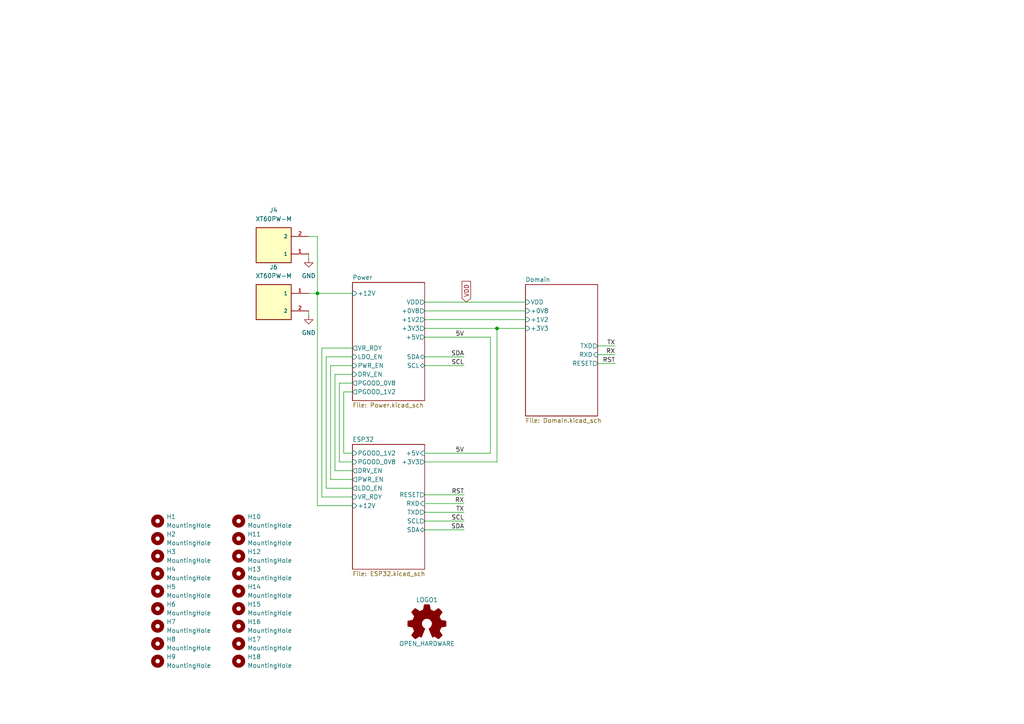
<source format=kicad_sch>
(kicad_sch (version 20231120) (generator "eeschema") (generator_version "8.0")
  (paper "A4")
  (title_block (title "BitForgeMini") (date "2024-06-21") (rev "1.0") (comment 1 "Licensed under CERN-OHL-W version 2"))
  (lib_symbols
    (symbol "BitForgeNano:Logo_Open_Hardware_Small" (in_bom no) (on_board no)
      (symbol "Logo_Open_Hardware_Small_0_1"
        (polyline (pts (xy 3.3528 -4.3434) (xy 3.302 -4.318) (xy 3.175 -4.2418) (xy 2.9972 -4.1148) (xy 2.7686 -3.9624) (xy 2.54 -3.81) (xy 2.3622 -3.7084) (xy 2.2352 -3.6068) (xy 2.1844 -3.5814) (xy 2.159 -3.6068) (xy 2.0574 -3.6576) (xy 1.905 -3.7338) (xy 1.8034 -3.7846) (xy 1.6764 -3.8354) (xy 1.6002 -3.8354) (xy 1.6002 -3.8354) (xy 1.5494 -3.7338) (xy 1.4732 -3.5306) (xy 1.3462 -3.302) (xy 1.2446 -3.0226) (xy 1.1176 -2.7178) (xy 0.9652 -2.413) (xy 0.8636 -2.1082) (xy 0.7366 -1.8288) (xy 0.6604 -1.6256) (xy 0.6096 -1.4732) (xy 0.5842 -1.397) (xy 0.5842 -1.397) (xy 0.6604 -1.3208) (xy 0.7874 -1.2446) (xy 1.0414 -1.016) (xy 1.2954 -0.6858) (xy 1.4478 -0.3302) (xy 1.524 0.0762) (xy 1.4732 0.4572) (xy 1.3208 0.8128) (xy 1.0668 1.143) (xy 0.762 1.3716) (xy 0.4064 1.524) (xy 0 1.5748) (xy -0.381 1.5494) (xy -0.7366 1.397) (xy -1.0668 1.143) (xy -1.2192 0.9906) (xy -1.397 0.6604) (xy -1.524 0.3048) (xy -1.524 0.2286) (xy -1.4986 -0.1778) (xy -1.397 -0.5334) (xy -1.1938 -0.8636) (xy -0.9144 -1.143) (xy -0.8636 -1.1684) (xy -0.7366 -1.27) (xy -0.635 -1.3462) (xy -0.5842 -1.397) (xy -1.0668 -2.5908) (xy -1.143 -2.794) (xy -1.2954 -3.1242) (xy -1.397 -3.4036) (xy -1.4986 -3.6322) (xy -1.5748 -3.7846) (xy -1.6002 -3.8354) (xy -1.6002 -3.8354) (xy -1.651 -3.8354) (xy -1.7272 -3.81) (xy -1.905 -3.7338) (xy -2.0066 -3.683) (xy -2.1336 -3.6068) (xy -2.2098 -3.5814) (xy -2.2606 -3.6068) (xy -2.3622 -3.683) (xy -2.54 -3.81) (xy -2.7686 -3.9624) (xy -2.9718 -4.0894) (xy -3.1496 -4.2164) (xy -3.302 -4.318) (xy -3.3528 -4.3434) (xy -3.3782 -4.3434) (xy -3.429 -4.318) (xy -3.5306 -4.2164) (xy -3.7084 -4.064) (xy -3.937 -3.8354) (xy -3.9624 -3.81) (xy -4.1656 -3.6068) (xy -4.318 -3.4544) (xy -4.4196 -3.3274) (xy -4.445 -3.2766) (xy -4.445 -3.2766) (xy -4.4196 -3.2258) (xy -4.318 -3.0734) (xy -4.2164 -2.8956) (xy -4.064 -2.667) (xy -3.6576 -2.0828) (xy -3.8862 -1.5494) (xy -3.937 -1.3716) (xy -4.0386 -1.1684) (xy -4.0894 -1.0414) (xy -4.1148 -0.9652) (xy -4.191 -0.9398) (xy -4.318 -0.9144) (xy -4.5466 -0.8636) (xy -4.8006 -0.8128) (xy -5.0546 -0.7874) (xy -5.2578 -0.7366) (xy -5.4356 -0.7112) (xy -5.5118 -0.6858) (xy -5.5118 -0.6858) (xy -5.5372 -0.635) (xy -5.5372 -0.5588) (xy -5.5372 -0.4318) (xy -5.5626 -0.2286) (xy -5.5626 0.0762) (xy -5.5626 0.127) (xy -5.5372 0.4064) (xy -5.5372 0.635) (xy -5.5372 0.762) (xy -5.5372 0.8382) (xy -5.5372 0.8382) (xy -5.461 0.8382) (xy -5.3086 0.889) (xy -5.08 0.9144) (xy -4.826 0.9652) (xy -4.8006 0.9906) (xy -4.5466 1.0414) (xy -4.318 1.0668) (xy -4.1656 1.1176) (xy -4.0894 1.143) (xy -4.0894 1.143) (xy -4.0386 1.2446) (xy -3.9624 1.4224) (xy -3.8608 1.6256) (xy -3.7846 1.8288) (xy -3.7084 2.0066) (xy -3.6576 2.159) (xy -3.6322 2.2098) (xy -3.6322 2.2098) (xy -3.683 2.286) (xy -3.7592 2.413) (xy -3.8862 2.5908) (xy -4.064 2.8194) (xy -4.064 2.8448) (xy -4.2164 3.0734) (xy -4.3434 3.2512) (xy -4.4196 3.3782) (xy -4.445 3.4544) (xy -4.445 3.4544) (xy -4.3942 3.5052) (xy -4.2926 3.6322) (xy -4.1148 3.81) (xy -3.937 4.0132) (xy -3.8608 4.064) (xy -3.6576 4.2926) (xy -3.5052 4.4196) (xy -3.4036 4.4958) (xy -3.3528 4.5212) (xy -3.3528 4.5212) (xy -3.302 4.4704) (xy -3.1496 4.3688) (xy -2.9718 4.2418) (xy -2.7432 4.0894) (xy -2.7178 4.0894) (xy -2.4892 3.937) (xy -2.3114 3.81) (xy -2.1844 3.7084) (xy -2.1336 3.683) (xy -2.1082 3.683) (xy -2.032 3.7084) (xy -1.8542 3.7592) (xy -1.6764 3.8354) (xy -1.4732 3.937) (xy -1.27 4.0132) (xy -1.143 4.064) (xy -1.0668 4.1148) (xy -1.0668 4.1148) (xy -1.0414 4.191) (xy -1.016 4.3434) (xy -0.9652 4.572) (xy -0.9144 4.8514) (xy -0.889 4.9022) (xy -0.8382 5.1562) (xy -0.8128 5.3848) (xy -0.7874 5.5372) (xy -0.762 5.588) (xy -0.7112 5.6134) (xy -0.5842 5.6134) (xy -0.4064 5.6134) (xy -0.1524 5.6134) (xy 0.0762 5.6134) (xy 0.3302 5.6134) (xy 0.5334 5.6134) (xy 0.6858 5.588) (xy 0.7366 5.588) (xy 0.7366 5.588) (xy 0.762 5.5118) (xy 0.8128 5.334) (xy 0.8382 5.1054) (xy 0.9144 4.826) (xy 0.9144 4.7752) (xy 0.9652 4.5212) (xy 1.016 4.2926) (xy 1.0414 4.1402) (xy 1.0668 4.0894) (xy 1.0668 4.0894) (xy 1.1938 4.0386) (xy 1.3716 3.9624) (xy 1.5748 3.8608) (xy 2.0828 3.6576) (xy 2.7178 4.0894) (xy 2.7686 4.1402) (xy 2.9972 4.2926) (xy 3.175 4.4196) (xy 3.302 4.4958) (xy 3.3782 4.5212) (xy 3.3782 4.5212) (xy 3.429 4.4704) (xy 3.556 4.3434) (xy 3.7338 4.191) (xy 3.9116 3.9878) (xy 4.064 3.8354) (xy 4.2418 3.6576) (xy 4.3434 3.556) (xy 4.4196 3.4798) (xy 4.4196 3.429) (xy 4.4196 3.4036) (xy 4.3942 3.3274) (xy 4.2926 3.2004) (xy 4.1656 2.9972) (xy 4.0132 2.794) (xy 3.8862 2.5908) (xy 3.7592 2.3876) (xy 3.6576 2.2352) (xy 3.6322 2.159) (xy 3.6322 2.1336) (xy 3.683 2.0066) (xy 3.7592 1.8288) (xy 3.8608 1.6002) (xy 4.064 1.1176) (xy 4.3942 1.0414) (xy 4.5974 1.016) (xy 4.8768 0.9652) (xy 5.1308 0.9144) (xy 5.5372 0.8382) (xy 5.5626 -0.6604) (xy 5.4864 -0.6858) (xy 5.4356 -0.6858) (xy 5.2832 -0.7366) (xy 5.0546 -0.762) (xy 4.8006 -0.8128) (xy 4.5974 -0.8636) (xy 4.3688 -0.9144) (xy 4.2164 -0.9398) (xy 4.1402 -0.9398) (xy 4.1148 -0.9652) (xy 4.064 -1.0668) (xy 3.9878 -1.2446) (xy 3.9116 -1.4478) (xy 3.81 -1.651) (xy 3.7338 -1.8542) (xy 3.683 -2.0066) (xy 3.6576 -2.0828) (xy 3.683 -2.1336) (xy 3.7846 -2.2606) (xy 3.8862 -2.4638) (xy 4.0386 -2.667) (xy 4.191 -2.8956) (xy 4.318 -3.0734) (xy 4.3942 -3.2004) (xy 4.445 -3.2766) (xy 4.4196 -3.3274) (xy 4.3434 -3.429) (xy 4.1656 -3.5814) (xy 3.937 -3.8354) (xy 3.8862 -3.8608) (xy 3.683 -4.064) (xy 3.5306 -4.2164) (xy 3.4036 -4.318) (xy 3.3528 -4.3434)) (fill (type outline)))
      )
    )
    (symbol "BitForgeNano:MountingHole" (pin_names (offset 1.016)) (exclude_from_sim yes) (in_bom no)
      (property "Reference" "H" (at 0 5.08 0))
      (property "Value" "MountingHole" (at 0 3.175 0))
      (symbol "MountingHole_0_1"
        (circle (center 0 0) (radius 1.27) (stroke (width 1.27)))
      )
    )
    (symbol "XT60PW-M:XT60PW-M" (pin_names (offset 1.016))
      (property "Reference" "J" (at -5.0874 5.7234 0))
      (property "Value" "XT60PW-M" (at -5.0882 -7.6323 0))
      (symbol "XT60PW-M_0_0"
        (rectangle (start -5.08 -5.08) (end 5.08 5.08) (stroke (width 0.254)) (fill (type background)))
        (pin passive line (at -10.16 2.54 0) (length 5.08) (name "1") (number "1"))
        (pin passive line (at -10.16 -2.54 0) (length 5.08) (name "2") (number "2"))
      )
    )
    (symbol "power:GND" (power) (pin_numbers hide) (pin_names (offset 0) hide)
      (property "Value" "GND" (at 0 -3.81 0))
      (symbol "GND_0_1"
        (polyline (pts (xy 0 0) (xy 0 -1.27) (xy 1.27 -1.27) (xy 0 -2.54) (xy -1.27 -1.27) (xy 0 -1.27)))
      )
      (symbol "GND_1_1"
        (pin power_in line (at 0 0 270) (length 0) (name "~") (number "1"))
      )
    )
  )
  (junction (at 144.145 95.25))
  (junction (at 92.075 85.09))
  (wire (pts (xy 94.615 103.505) (xy 94.615 141.605)))
  (wire (pts (xy 95.885 106.045) (xy 95.885 139.065)))
  (wire (pts (xy 123.19 95.25) (xy 144.145 95.25)))
  (wire (pts (xy 92.075 85.09) (xy 102.235 85.09)))
  (wire (pts (xy 99.695 131.445) (xy 99.695 113.665)))
  (wire (pts (xy 92.075 68.58) (xy 92.075 85.09)))
  (wire (pts (xy 123.19 151.13) (xy 134.62 151.13)))
  (wire (pts (xy 123.19 90.17) (xy 152.4 90.17)))
  (wire (pts (xy 89.535 90.17) (xy 89.535 91.44)))
  (wire (pts (xy 89.535 85.09) (xy 92.075 85.09)))
  (wire (pts (xy 98.425 133.985) (xy 98.425 111.125)))
  (wire (pts (xy 102.235 133.985) (xy 98.425 133.985)))
  (wire (pts (xy 123.19 148.59) (xy 134.62 148.59)))
  (wire (pts (xy 123.19 146.05) (xy 134.62 146.05)))
  (wire (pts (xy 89.535 68.58) (xy 92.075 68.58)))
  (wire (pts (xy 123.19 143.51) (xy 134.62 143.51)))
  (wire (pts (xy 102.235 106.045) (xy 95.885 106.045)))
  (wire (pts (xy 89.535 73.66) (xy 89.535 74.93)))
  (wire (pts (xy 144.145 95.25) (xy 152.4 95.25)))
  (wire (pts (xy 102.235 100.965) (xy 93.345 100.965)))
  (wire (pts (xy 173.355 100.33) (xy 178.435 100.33)))
  (wire (pts (xy 123.19 87.63) (xy 152.4 87.63)))
  (wire (pts (xy 123.19 133.985) (xy 144.145 133.985)))
  (wire (pts (xy 92.075 85.09) (xy 92.075 146.685)))
  (wire (pts (xy 144.145 133.985) (xy 144.145 95.25)))
  (wire (pts (xy 173.355 102.87) (xy 178.435 102.87)))
  (wire (pts (xy 94.615 103.505) (xy 102.235 103.505)))
  (wire (pts (xy 98.425 111.125) (xy 102.235 111.125)))
  (wire (pts (xy 142.24 131.445) (xy 142.24 97.79)))
  (wire (pts (xy 92.075 146.685) (xy 102.235 146.685)))
  (wire (pts (xy 102.235 136.525) (xy 97.155 136.525)))
  (wire (pts (xy 123.19 103.505) (xy 134.62 103.505)))
  (wire (pts (xy 93.345 144.145) (xy 102.235 144.145)))
  (wire (pts (xy 97.155 108.585) (xy 102.235 108.585)))
  (wire (pts (xy 123.19 153.67) (xy 134.62 153.67)))
  (wire (pts (xy 95.885 139.065) (xy 102.235 139.065)))
  (wire (pts (xy 123.19 106.045) (xy 134.62 106.045)))
  (wire (pts (xy 94.615 141.605) (xy 102.235 141.605)))
  (wire (pts (xy 99.695 113.665) (xy 102.235 113.665)))
  (wire (pts (xy 123.19 97.79) (xy 142.24 97.79)))
  (wire (pts (xy 173.355 105.41) (xy 178.435 105.41)))
  (wire (pts (xy 123.19 131.445) (xy 142.24 131.445)))
  (wire (pts (xy 123.19 92.71) (xy 152.4 92.71)))
  (wire (pts (xy 97.155 136.525) (xy 97.155 108.585)))
  (wire (pts (xy 93.345 100.965) (xy 93.345 144.145)))
  (wire (pts (xy 102.235 131.445) (xy 99.695 131.445)))
  (label "5V" (at 134.62 97.79 180))
  (label "SDA" (at 134.62 103.505 180))
  (label "SCL" (at 134.62 106.045 180))
  (label "RST" (at 134.62 143.51 180))
  (label "RX" (at 178.435 102.87 180))
  (label "SCL" (at 134.62 151.13 180))
  (label "RX" (at 134.62 146.05 180))
  (label "SDA" (at 134.62 153.67 180))
  (label "5V" (at 134.62 131.445 180))
  (label "TX" (at 178.435 100.33 180))
  (label "RST" (at 178.435 105.41 180))
  (label "TX" (at 134.62 148.59 180))
  (global_label "VDD" (shape input) (at 135.255 87.63 90) (property "Intersheetrefs" "${INTERSHEET_REFS}" (effects (hide yes))))
  (symbol (lib_id "BitForgeNano:MountingHole") (at 45.72 151.13 0) (unit 1) (exclude_from_sim yes) (in_bom no)
    (property "Reference" "H1" (at 48.26 149.8599 0) (effects (justify left)))
    (property "Value" "MountingHole" (at 48.26 152.3999 0) (effects (justify left)))
    (property "Footprint" "BitForgeNano:MountingHole_3.2mm_M3_ISO14580" (effects (hide yes)))
    (property "Description" "Mounting Hole without connection" (effects (hide yes)))
  )
  (symbol (lib_id "BitForgeNano:MountingHole") (at 69.215 176.53 0) (unit 1) (exclude_from_sim yes) (in_bom no)
    (property "Reference" "H15" (at 71.755 175.2599 0) (effects (justify left)))
    (property "Value" "MountingHole" (at 71.755 177.7999 0) (effects (justify left)))
    (property "Footprint" "BitForgeNano:MountingHole_3.2mm_M3_ISO14580" (effects (hide yes)))
    (property "Description" "Mounting Hole without connection" (effects (hide yes)))
  )
  (symbol (lib_id "BitForgeNano:MountingHole") (at 69.215 181.61 0) (unit 1) (exclude_from_sim yes) (in_bom no)
    (property "Reference" "H16" (at 71.755 180.3399 0) (effects (justify left)))
    (property "Value" "MountingHole" (at 71.755 182.8799 0) (effects (justify left)))
    (property "Footprint" "BitForgeNano:MountingHole_3.2mm_M3_ISO14580" (effects (hide yes)))
    (property "Description" "Mounting Hole without connection" (effects (hide yes)))
  )
  (symbol (lib_id "BitForgeNano:MountingHole") (at 69.215 186.69 0) (unit 1) (exclude_from_sim yes) (in_bom no)
    (property "Reference" "H17" (at 71.755 185.4199 0) (effects (justify left)))
    (property "Value" "MountingHole" (at 71.755 187.9599 0) (effects (justify left)))
    (property "Footprint" "BitForgeNano:MountingHole_3.2mm_M3_ISO14580" (effects (hide yes)))
    (property "Description" "Mounting Hole without connection" (effects (hide yes)))
  )
  (symbol (lib_id "BitForgeNano:MountingHole") (at 45.72 156.21 0) (unit 1) (exclude_from_sim yes) (in_bom no)
    (property "Reference" "H2" (at 48.26 154.9399 0) (effects (justify left)))
    (property "Value" "MountingHole" (at 48.26 157.4799 0) (effects (justify left)))
    (property "Footprint" "BitForgeNano:MountingHole_3.2mm_M3_ISO14580" (effects (hide yes)))
    (property "Description" "Mounting Hole without connection" (effects (hide yes)))
  )
  (symbol (lib_id "BitForgeNano:MountingHole") (at 69.215 156.21 0) (unit 1) (exclude_from_sim yes) (in_bom no)
    (property "Reference" "H11" (at 71.755 154.9399 0) (effects (justify left)))
    (property "Value" "MountingHole" (at 71.755 157.4799 0) (effects (justify left)))
    (property "Footprint" "BitForgeNano:MountingHole_3.2mm_M3_ISO14580" (effects (hide yes)))
    (property "Description" "Mounting Hole without connection" (effects (hide yes)))
  )
  (symbol (lib_id "BitForgeNano:MountingHole") (at 69.215 166.37 0) (unit 1) (exclude_from_sim yes) (in_bom no)
    (property "Reference" "H13" (at 71.755 165.0999 0) (effects (justify left)))
    (property "Value" "MountingHole" (at 71.755 167.6399 0) (effects (justify left)))
    (property "Footprint" "BitForgeNano:MountingHole_3.2mm_M3_ISO14580" (effects (hide yes)))
    (property "Description" "Mounting Hole without connection" (effects (hide yes)))
  )
  (symbol (lib_id "BitForgeNano:MountingHole") (at 69.215 171.45 0) (unit 1) (exclude_from_sim yes) (in_bom no)
    (property "Reference" "H14" (at 71.755 170.1799 0) (effects (justify left)))
    (property "Value" "MountingHole" (at 71.755 172.7199 0) (effects (justify left)))
    (property "Footprint" "BitForgeNano:MountingHole_3.2mm_M3_ISO14580" (effects (hide yes)))
    (property "Description" "Mounting Hole without connection" (effects (hide yes)))
  )
  (symbol (lib_id "BitForgeNano:MountingHole") (at 69.215 161.29 0) (unit 1) (exclude_from_sim yes) (in_bom no)
    (property "Reference" "H12" (at 71.755 160.0199 0) (effects (justify left)))
    (property "Value" "MountingHole" (at 71.755 162.5599 0) (effects (justify left)))
    (property "Footprint" "BitForgeNano:MountingHole_3.2mm_M3_ISO14580" (effects (hide yes)))
    (property "Description" "Mounting Hole without connection" (effects (hide yes)))
  )
  (symbol (lib_id "BitForgeNano:MountingHole") (at 45.72 171.45 0) (unit 1) (exclude_from_sim yes) (in_bom no)
    (property "Reference" "H5" (at 48.26 170.1799 0) (effects (justify left)))
    (property "Value" "MountingHole" (at 48.26 172.7199 0) (effects (justify left)))
    (property "Footprint" "BitForgeNano:MountingHole_3.2mm_M3_ISO14580" (effects (hide yes)))
    (property "Description" "Mounting Hole without connection" (effects (hide yes)))
  )
  (symbol (lib_id "BitForgeNano:MountingHole") (at 45.72 191.77 0) (unit 1) (exclude_from_sim yes) (in_bom no)
    (property "Reference" "H9" (at 48.26 190.4999 0) (effects (justify left)))
    (property "Value" "MountingHole" (at 48.26 193.0399 0) (effects (justify left)))
    (property "Footprint" "BitForgeNano:MountingHole_3.2mm_M3_ISO14580" (effects (hide yes)))
    (property "Description" "Mounting Hole without connection" (effects (hide yes)))
  )
  (symbol (lib_id "BitForgeNano:MountingHole") (at 45.72 181.61 0) (unit 1) (exclude_from_sim yes) (in_bom no)
    (property "Reference" "H7" (at 48.26 180.3399 0) (effects (justify left)))
    (property "Value" "MountingHole" (at 48.26 182.8799 0) (effects (justify left)))
    (property "Footprint" "BitForgeNano:MountingHole_3.2mm_M3_ISO14580" (effects (hide yes)))
    (property "Description" "Mounting Hole without connection" (effects (hide yes)))
  )
  (symbol (lib_id "BitForgeNano:MountingHole") (at 45.72 186.69 0) (unit 1) (exclude_from_sim yes) (in_bom no)
    (property "Reference" "H8" (at 48.26 185.4199 0) (effects (justify left)))
    (property "Value" "MountingHole" (at 48.26 187.9599 0) (effects (justify left)))
    (property "Footprint" "BitForgeNano:MountingHole_3.2mm_M3_ISO14580" (effects (hide yes)))
    (property "Description" "Mounting Hole without connection" (effects (hide yes)))
  )
  (symbol (lib_id "BitForgeNano:Logo_Open_Hardware_Small") (at 123.825 180.975 0) (unit 1)
    (property "Reference" "LOGO1" (at 123.825 173.99 0))
    (property "Value" "OPEN_HARDWARE" (at 123.825 186.69 0))
    (property "Footprint" "BitForgeNano:OSHW-Logo_5.7x6mm_SilkScreen" (effects (hide yes)))
    (property "Config" "+info" (effects (hide yes)))
  )
  (symbol (lib_id "power:GND") (at 89.535 91.44 0) (unit 1)
    (property "Reference" "#PWR0356" (effects (hide yes)))
    (property "Value" "GND" (at 89.535 96.52 0))
    (property "Description" "Power symbol creates a global label with name \"GND\" , ground" (effects (hide yes)))
  )
  (symbol (lib_id "BitForgeNano:MountingHole") (at 69.215 191.77 0) (unit 1) (exclude_from_sim yes) (in_bom no)
    (property "Reference" "H18" (at 71.755 190.4999 0) (effects (justify left)))
    (property "Value" "MountingHole" (at 71.755 193.0399 0) (effects (justify left)))
    (property "Footprint" "BitForgeNano:MountingHole_3.2mm_M3_ISO14580" (effects (hide yes)))
    (property "Description" "Mounting Hole without connection" (effects (hide yes)))
  )
  (symbol (lib_id "BitForgeNano:MountingHole") (at 69.215 151.13 0) (unit 1) (exclude_from_sim yes) (in_bom no)
    (property "Reference" "H10" (at 71.755 149.8599 0) (effects (justify left)))
    (property "Value" "MountingHole" (at 71.755 152.3999 0) (effects (justify left)))
    (property "Footprint" "BitForgeNano:MountingHole_3.2mm_M3_ISO14580" (effects (hide yes)))
    (property "Description" "Mounting Hole without connection" (effects (hide yes)))
  )
  (symbol (lib_id "power:GND") (at 89.535 74.93 0) (unit 1)
    (property "Reference" "#PWR0363" (effects (hide yes)))
    (property "Value" "GND" (at 89.535 80.01 0))
    (property "Description" "Power symbol creates a global label with name \"GND\" , ground" (effects (hide yes)))
  )
  (symbol (lib_id "BitForgeNano:MountingHole") (at 45.72 161.29 0) (unit 1) (exclude_from_sim yes) (in_bom no)
    (property "Reference" "H3" (at 48.26 160.0199 0) (effects (justify left)))
    (property "Value" "MountingHole" (at 48.26 162.5599 0) (effects (justify left)))
    (property "Footprint" "BitForgeNano:MountingHole_3.2mm_M3_ISO14580" (effects (hide yes)))
    (property "Description" "Mounting Hole without connection" (effects (hide yes)))
  )
  (symbol (lib_id "BitForgeNano:MountingHole") (at 45.72 166.37 0) (unit 1) (exclude_from_sim yes) (in_bom no)
    (property "Reference" "H4" (at 48.26 165.0999 0) (effects (justify left)))
    (property "Value" "MountingHole" (at 48.26 167.6399 0) (effects (justify left)))
    (property "Footprint" "BitForgeNano:MountingHole_3.2mm_M3_ISO14580" (effects (hide yes)))
    (property "Description" "Mounting Hole without connection" (effects (hide yes)))
  )
  (symbol (lib_id "XT60PW-M:XT60PW-M") (at 79.375 71.12 180) (unit 1)
    (property "Reference" "J4" (at 79.375 60.96 0))
    (property "Value" "XT60PW-M" (at 79.375 63.5 0))
    (property "Footprint" "Connector_AMASS:AMASS_XT60-F_1x02_P7.20mm_Vertical" (effects (hide yes)))
    (property "MF" "AMASS" (effects (hide yes)))
    (property "Description_1" "\nSocket, DC supply, male, PIN: 2\n" (effects (hide yes)))
    (property "Package" "Package" (effects (hide yes)))
    (property "Price" "None" (effects (hide yes)))
    (property "Check_prices" "https://www.snapeda.com/parts/XT60PW-M/AMASS/view-part/?ref=eda" (effects (hide yes)))
    (property "STANDARD" "Manufacturer recommendations" (effects (hide yes)))
    (property "SnapEDA_Link" "https://www.snapeda.com/parts/XT60PW-M/AMASS/view-part/?ref=snap" (effects (hide yes)))
    (property "MP" "XT60PW-M" (effects (hide yes)))
    (property "Availability" "Not in stock" (effects (hide yes)))
    (property "MANUFACTURER" "Amass" (effects (hide yes)))
  )
  (symbol (lib_id "XT60PW-M:XT60PW-M") (at 79.375 87.63 0) (mirror y) (unit 1)
    (property "Reference" "J6" (at 79.375 77.47 0))
    (property "Value" "XT60PW-M" (at 79.375 80.01 0))
    (property "Footprint" "Connector_AMASS:AMASS_XT60PW-M_1x02_P7.20mm_Horizontal" (effects (hide yes)))
    (property "MF" "AMASS" (effects (hide yes)))
    (property "Description_1" "\nSocket, DC supply, male, PIN: 2\n" (effects (hide yes)))
    (property "Package" "Package" (effects (hide yes)))
    (property "Price" "None" (effects (hide yes)))
    (property "Check_prices" "https://www.snapeda.com/parts/XT60PW-M/AMASS/view-part/?ref=eda" (effects (hide yes)))
    (property "STANDARD" "Manufacturer recommendations" (effects (hide yes)))
    (property "SnapEDA_Link" "https://www.snapeda.com/parts/XT60PW-M/AMASS/view-part/?ref=snap" (effects (hide yes)))
    (property "MP" "XT60PW-M" (effects (hide yes)))
    (property "Availability" "Not in stock" (effects (hide yes)))
    (property "MANUFACTURER" "Amass" (effects (hide yes)))
  )
  (symbol (lib_id "BitForgeNano:MountingHole") (at 45.72 176.53 0) (unit 1) (exclude_from_sim yes) (in_bom no)
    (property "Reference" "H6" (at 48.26 175.2599 0) (effects (justify left)))
    (property "Value" "MountingHole" (at 48.26 177.7999 0) (effects (justify left)))
    (property "Footprint" "BitForgeNano:MountingHole_3.2mm_M3_ISO14580" (effects (hide yes)))
    (property "Description" "Mounting Hole without connection" (effects (hide yes)))
  )
  (sheet (at 102.235 81.915) (size 20.955 34.29) (stroke (width 0.1524))
    (property "Sheetname" "Power" (at 102.235 81.2034 0) (effects (justify left bottom)))
    (property "Sheetfile" "Power.kicad_sch" (at 102.235 116.7896 0) (effects (justify left top)))
    (pin "SDA" bidirectional (at 123.19 103.505 0))
    (pin "SCL" bidirectional (at 123.19 106.045 0))
    (pin "VR_RDY" output (at 102.235 100.965 180))
    (pin "+5V" output (at 123.19 97.79 0))
    (pin "+12V" input (at 102.235 85.09 180))
    (pin "VDD" output (at 123.19 87.63 0))
    (pin "+1V2" output (at 123.19 92.71 0))
    (pin "+3V3" output (at 123.19 95.25 0))
    (pin "+0V8" output (at 123.19 90.17 0))
    (pin "LDO_EN" input (at 102.235 103.505 180))
    (pin "PWR_EN" input (at 102.235 106.045 180))
    (pin "DRV_EN" input (at 102.235 108.585 180))
    (pin "PGOOD_0V8" output (at 102.235 111.125 180))
    (pin "PGOOD_1V2" output (at 102.235 113.665 180))
  )
  (sheet (at 152.4 82.55) (size 20.955 38.1) (stroke (width 0.1524))
    (property "Sheetname" "Domain" (at 152.4 81.8384 0) (effects (justify left bottom)))
    (property "Sheetfile" "Domain.kicad_sch" (at 152.4 121.2346 0) (effects (justify left top)))
    (pin "+0V8" input (at 152.4 90.17 180))
    (pin "VDD" input (at 152.4 87.63 180))
    (pin "+1V2" input (at 152.4 92.71 180))
    (pin "+3V3" input (at 152.4 95.25 180))
    (pin "TXD" output (at 173.355 100.33 0))
    (pin "RESET" output (at 173.355 105.41 0))
    (pin "RXD" input (at 173.355 102.87 0))
  )
  (sheet (at 102.235 128.905) (size 20.955 36.195) (stroke (width 0.1524))
    (property "Sheetname" "ESP32" (at 102.235 128.1934 0) (effects (justify left bottom)))
    (property "Sheetfile" "ESP32.kicad_sch" (at 102.235 165.6846 0) (effects (justify left top)))
    (pin "+5V" input (at 123.19 131.445 0))
    (pin "VR_RDY" input (at 102.235 144.145 180))
    (pin "+3V3" output (at 123.19 133.985 0))
    (pin "+12V" input (at 102.235 146.685 180))
    (pin "RESET" output (at 123.19 143.51 0))
    (pin "PWR_EN" output (at 102.235 139.065 180))
    (pin "LDO_EN" output (at 102.235 141.605 180))
    (pin "TXD" output (at 123.19 148.59 0))
    (pin "SCL" output (at 123.19 151.13 0))
    (pin "SDA" bidirectional (at 123.19 153.67 0))
    (pin "RXD" input (at 123.19 146.05 0))
    (pin "PGOOD_1V2" input (at 102.235 131.445 180))
    (pin "PGOOD_0V8" input (at 102.235 133.985 180))
    (pin "DRV_EN" output (at 102.235 136.525 180))
  )
)
</source>
